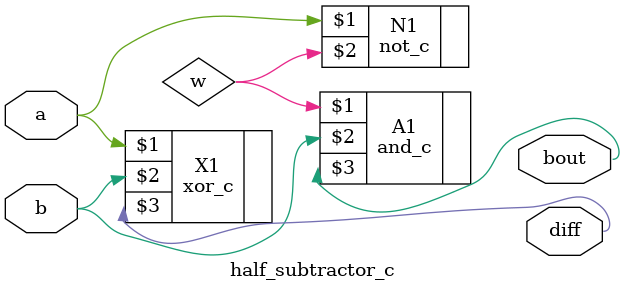
<source format=v>
module half_subtractor_c(a,b,diff,bout);

	input a,b;
	output diff,bout;
	
	xor_c X1(a,b,diff);
	not_c N1(a,w);
	and_c A1(w,b,bout);
endmodule

	

</source>
